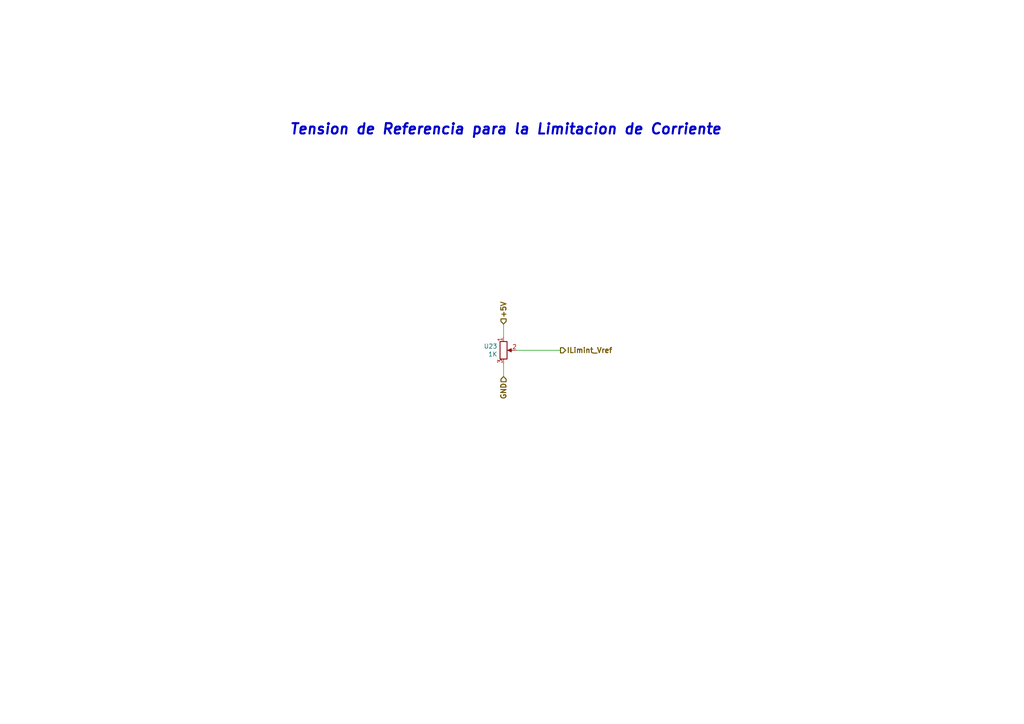
<source format=kicad_sch>
(kicad_sch (version 20211123) (generator eeschema)
  (paper "A4")
  (lib_symbols
    (symbol "Device:R_POT" (pin_names (offset 1.016) hide)
      (property "Reference" "RV" (at -4.445 0 90))
      (property "Value" "Device_R_POT" (at -2.54 0 90))
      (symbol "R_POT_0_1"
        (polyline (pts (xy 2.54 0) (xy 1.524 0)))
        (polyline (pts (xy 1.143 0) (xy 2.286 0.508) (xy 2.286 -0.508) (xy 1.143 0)) (fill (type outline)))
        (rectangle (start 1.016 2.54) (end -1.016 -2.54) (stroke (width 0.254)))
      )
      (symbol "R_POT_1_1"
        (pin passive line (at 0 3.81 270) (length 1.27) (name "1") (number "1"))
        (pin passive line (at 3.81 0 180) (length 1.27) (name "2") (number "2"))
        (pin passive line (at 0 -3.81 90) (length 1.27) (name "3") (number "3"))
      )
    )
  )
  (wire (pts (xy 146.05 97.79) (xy 146.05 93.98)))
  (wire (pts (xy 146.05 105.41) (xy 146.05 109.22)))
  (wire (pts (xy 162.56 101.6) (xy 149.86 101.6)))
  (text "Tension de Referencia para la Limitacion de Corriente" (at 83.82 39.37 0) (effects (font (size 2.9972 2.9972) (thickness 0.5994) bold italic) (justify left bottom)))
  (hierarchical_label "+5V" (shape input) (at 146.05 93.98 90) (effects (font (size 1.4986 1.4986) (thickness 0.2997) bold)))
  (hierarchical_label "GND" (shape input) (at 146.05 109.22 270) (effects (font (size 1.4986 1.4986) (thickness 0.2997) bold)))
  (hierarchical_label "ILimint_Vref" (shape output) (at 162.56 101.6 0) (effects (font (size 1.4986 1.4986) (thickness 0.2997) bold)))
  (symbol (lib_id "Device:R_POT") (at 146.05 101.6 0) (unit 1)
    (property "Reference" "U23" (at 144.272 100.4316 0) (effects (justify right)))
    (property "Value" "1K" (at 144.272 102.743 0) (effects (justify right)))
    (property "Footprint" "3296W-1-254LF:TRIM_3296W-1-254LF" (effects hide))
  )
)
</source>
